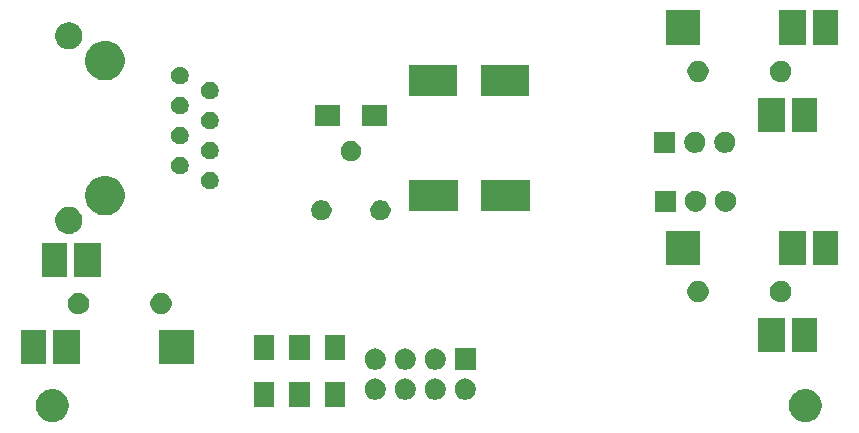
<source format=gbr>
G04 #@! TF.GenerationSoftware,KiCad,Pcbnew,5.1.5-52549c5~86~ubuntu18.04.1*
G04 #@! TF.CreationDate,2020-05-17T18:14:26-04:00*
G04 #@! TF.ProjectId,ft-891-Audio_Interface,66742d38-3931-42d4-9175-64696f5f496e,rev?*
G04 #@! TF.SameCoordinates,Original*
G04 #@! TF.FileFunction,Soldermask,Top*
G04 #@! TF.FilePolarity,Negative*
%FSLAX46Y46*%
G04 Gerber Fmt 4.6, Leading zero omitted, Abs format (unit mm)*
G04 Created by KiCad (PCBNEW 5.1.5-52549c5~86~ubuntu18.04.1) date 2020-05-17 18:14:26*
%MOMM*%
%LPD*%
G04 APERTURE LIST*
%ADD10C,0.100000*%
G04 APERTURE END LIST*
D10*
G36*
X161339193Y-117486573D02*
G01*
X161429417Y-117504519D01*
X161535027Y-117548265D01*
X161684381Y-117610129D01*
X161684382Y-117610130D01*
X161913846Y-117763452D01*
X162108988Y-117958594D01*
X162159608Y-118034353D01*
X162262311Y-118188059D01*
X162367921Y-118443024D01*
X162421760Y-118713692D01*
X162421760Y-118989668D01*
X162367921Y-119260336D01*
X162262311Y-119515301D01*
X162262310Y-119515302D01*
X162108988Y-119744766D01*
X161913846Y-119939908D01*
X161760523Y-120042355D01*
X161684381Y-120093231D01*
X161535027Y-120155095D01*
X161429417Y-120198841D01*
X161339193Y-120216787D01*
X161158748Y-120252680D01*
X160882772Y-120252680D01*
X160702327Y-120216787D01*
X160612103Y-120198841D01*
X160506493Y-120155095D01*
X160357139Y-120093231D01*
X160280997Y-120042355D01*
X160127674Y-119939908D01*
X159932532Y-119744766D01*
X159779210Y-119515302D01*
X159779209Y-119515301D01*
X159673599Y-119260336D01*
X159619760Y-118989668D01*
X159619760Y-118713692D01*
X159673599Y-118443024D01*
X159779209Y-118188059D01*
X159881912Y-118034353D01*
X159932532Y-117958594D01*
X160127674Y-117763452D01*
X160357138Y-117610130D01*
X160357139Y-117610129D01*
X160506493Y-117548265D01*
X160612103Y-117504519D01*
X160702327Y-117486573D01*
X160882772Y-117450680D01*
X161158748Y-117450680D01*
X161339193Y-117486573D01*
G37*
G36*
X97585193Y-117486573D02*
G01*
X97675417Y-117504519D01*
X97781027Y-117548265D01*
X97930381Y-117610129D01*
X97930382Y-117610130D01*
X98159846Y-117763452D01*
X98354988Y-117958594D01*
X98405608Y-118034353D01*
X98508311Y-118188059D01*
X98613921Y-118443024D01*
X98667760Y-118713692D01*
X98667760Y-118989668D01*
X98613921Y-119260336D01*
X98508311Y-119515301D01*
X98508310Y-119515302D01*
X98354988Y-119744766D01*
X98159846Y-119939908D01*
X98006523Y-120042355D01*
X97930381Y-120093231D01*
X97781027Y-120155095D01*
X97675417Y-120198841D01*
X97585193Y-120216787D01*
X97404748Y-120252680D01*
X97128772Y-120252680D01*
X96948327Y-120216787D01*
X96858103Y-120198841D01*
X96752493Y-120155095D01*
X96603139Y-120093231D01*
X96526997Y-120042355D01*
X96373674Y-119939908D01*
X96178532Y-119744766D01*
X96025210Y-119515302D01*
X96025209Y-119515301D01*
X95919599Y-119260336D01*
X95865760Y-118989668D01*
X95865760Y-118713692D01*
X95919599Y-118443024D01*
X96025209Y-118188059D01*
X96127912Y-118034353D01*
X96178532Y-117958594D01*
X96373674Y-117763452D01*
X96603138Y-117610130D01*
X96603139Y-117610129D01*
X96752493Y-117548265D01*
X96858103Y-117504519D01*
X96948327Y-117486573D01*
X97128772Y-117450680D01*
X97404748Y-117450680D01*
X97585193Y-117486573D01*
G37*
G36*
X122070200Y-118971000D02*
G01*
X120368200Y-118971000D01*
X120368200Y-116869000D01*
X122070200Y-116869000D01*
X122070200Y-118971000D01*
G37*
G36*
X119120200Y-118971000D02*
G01*
X117318200Y-118971000D01*
X117318200Y-116869000D01*
X119120200Y-116869000D01*
X119120200Y-118971000D01*
G37*
G36*
X116070200Y-118971000D02*
G01*
X114368200Y-118971000D01*
X114368200Y-116869000D01*
X116070200Y-116869000D01*
X116070200Y-118971000D01*
G37*
G36*
X127252712Y-116563927D02*
G01*
X127402012Y-116593624D01*
X127565984Y-116661544D01*
X127713554Y-116760147D01*
X127839053Y-116885646D01*
X127937656Y-117033216D01*
X128005576Y-117197188D01*
X128040200Y-117371259D01*
X128040200Y-117548741D01*
X128005576Y-117722812D01*
X127937656Y-117886784D01*
X127839053Y-118034354D01*
X127713554Y-118159853D01*
X127565984Y-118258456D01*
X127402012Y-118326376D01*
X127252712Y-118356073D01*
X127227942Y-118361000D01*
X127050458Y-118361000D01*
X127025688Y-118356073D01*
X126876388Y-118326376D01*
X126712416Y-118258456D01*
X126564846Y-118159853D01*
X126439347Y-118034354D01*
X126340744Y-117886784D01*
X126272824Y-117722812D01*
X126238200Y-117548741D01*
X126238200Y-117371259D01*
X126272824Y-117197188D01*
X126340744Y-117033216D01*
X126439347Y-116885646D01*
X126564846Y-116760147D01*
X126712416Y-116661544D01*
X126876388Y-116593624D01*
X127025688Y-116563927D01*
X127050458Y-116559000D01*
X127227942Y-116559000D01*
X127252712Y-116563927D01*
G37*
G36*
X132332712Y-116563927D02*
G01*
X132482012Y-116593624D01*
X132645984Y-116661544D01*
X132793554Y-116760147D01*
X132919053Y-116885646D01*
X133017656Y-117033216D01*
X133085576Y-117197188D01*
X133120200Y-117371259D01*
X133120200Y-117548741D01*
X133085576Y-117722812D01*
X133017656Y-117886784D01*
X132919053Y-118034354D01*
X132793554Y-118159853D01*
X132645984Y-118258456D01*
X132482012Y-118326376D01*
X132332712Y-118356073D01*
X132307942Y-118361000D01*
X132130458Y-118361000D01*
X132105688Y-118356073D01*
X131956388Y-118326376D01*
X131792416Y-118258456D01*
X131644846Y-118159853D01*
X131519347Y-118034354D01*
X131420744Y-117886784D01*
X131352824Y-117722812D01*
X131318200Y-117548741D01*
X131318200Y-117371259D01*
X131352824Y-117197188D01*
X131420744Y-117033216D01*
X131519347Y-116885646D01*
X131644846Y-116760147D01*
X131792416Y-116661544D01*
X131956388Y-116593624D01*
X132105688Y-116563927D01*
X132130458Y-116559000D01*
X132307942Y-116559000D01*
X132332712Y-116563927D01*
G37*
G36*
X129792712Y-116563927D02*
G01*
X129942012Y-116593624D01*
X130105984Y-116661544D01*
X130253554Y-116760147D01*
X130379053Y-116885646D01*
X130477656Y-117033216D01*
X130545576Y-117197188D01*
X130580200Y-117371259D01*
X130580200Y-117548741D01*
X130545576Y-117722812D01*
X130477656Y-117886784D01*
X130379053Y-118034354D01*
X130253554Y-118159853D01*
X130105984Y-118258456D01*
X129942012Y-118326376D01*
X129792712Y-118356073D01*
X129767942Y-118361000D01*
X129590458Y-118361000D01*
X129565688Y-118356073D01*
X129416388Y-118326376D01*
X129252416Y-118258456D01*
X129104846Y-118159853D01*
X128979347Y-118034354D01*
X128880744Y-117886784D01*
X128812824Y-117722812D01*
X128778200Y-117548741D01*
X128778200Y-117371259D01*
X128812824Y-117197188D01*
X128880744Y-117033216D01*
X128979347Y-116885646D01*
X129104846Y-116760147D01*
X129252416Y-116661544D01*
X129416388Y-116593624D01*
X129565688Y-116563927D01*
X129590458Y-116559000D01*
X129767942Y-116559000D01*
X129792712Y-116563927D01*
G37*
G36*
X124712712Y-116563927D02*
G01*
X124862012Y-116593624D01*
X125025984Y-116661544D01*
X125173554Y-116760147D01*
X125299053Y-116885646D01*
X125397656Y-117033216D01*
X125465576Y-117197188D01*
X125500200Y-117371259D01*
X125500200Y-117548741D01*
X125465576Y-117722812D01*
X125397656Y-117886784D01*
X125299053Y-118034354D01*
X125173554Y-118159853D01*
X125025984Y-118258456D01*
X124862012Y-118326376D01*
X124712712Y-118356073D01*
X124687942Y-118361000D01*
X124510458Y-118361000D01*
X124485688Y-118356073D01*
X124336388Y-118326376D01*
X124172416Y-118258456D01*
X124024846Y-118159853D01*
X123899347Y-118034354D01*
X123800744Y-117886784D01*
X123732824Y-117722812D01*
X123698200Y-117548741D01*
X123698200Y-117371259D01*
X123732824Y-117197188D01*
X123800744Y-117033216D01*
X123899347Y-116885646D01*
X124024846Y-116760147D01*
X124172416Y-116661544D01*
X124336388Y-116593624D01*
X124485688Y-116563927D01*
X124510458Y-116559000D01*
X124687942Y-116559000D01*
X124712712Y-116563927D01*
G37*
G36*
X127252712Y-114023927D02*
G01*
X127402012Y-114053624D01*
X127565984Y-114121544D01*
X127713554Y-114220147D01*
X127839053Y-114345646D01*
X127937656Y-114493216D01*
X128005576Y-114657188D01*
X128040200Y-114831259D01*
X128040200Y-115008741D01*
X128005576Y-115182812D01*
X127937656Y-115346784D01*
X127839053Y-115494354D01*
X127713554Y-115619853D01*
X127565984Y-115718456D01*
X127402012Y-115786376D01*
X127252712Y-115816073D01*
X127227942Y-115821000D01*
X127050458Y-115821000D01*
X127025688Y-115816073D01*
X126876388Y-115786376D01*
X126712416Y-115718456D01*
X126564846Y-115619853D01*
X126439347Y-115494354D01*
X126340744Y-115346784D01*
X126272824Y-115182812D01*
X126238200Y-115008741D01*
X126238200Y-114831259D01*
X126272824Y-114657188D01*
X126340744Y-114493216D01*
X126439347Y-114345646D01*
X126564846Y-114220147D01*
X126712416Y-114121544D01*
X126876388Y-114053624D01*
X127025688Y-114023927D01*
X127050458Y-114019000D01*
X127227942Y-114019000D01*
X127252712Y-114023927D01*
G37*
G36*
X129792712Y-114023927D02*
G01*
X129942012Y-114053624D01*
X130105984Y-114121544D01*
X130253554Y-114220147D01*
X130379053Y-114345646D01*
X130477656Y-114493216D01*
X130545576Y-114657188D01*
X130580200Y-114831259D01*
X130580200Y-115008741D01*
X130545576Y-115182812D01*
X130477656Y-115346784D01*
X130379053Y-115494354D01*
X130253554Y-115619853D01*
X130105984Y-115718456D01*
X129942012Y-115786376D01*
X129792712Y-115816073D01*
X129767942Y-115821000D01*
X129590458Y-115821000D01*
X129565688Y-115816073D01*
X129416388Y-115786376D01*
X129252416Y-115718456D01*
X129104846Y-115619853D01*
X128979347Y-115494354D01*
X128880744Y-115346784D01*
X128812824Y-115182812D01*
X128778200Y-115008741D01*
X128778200Y-114831259D01*
X128812824Y-114657188D01*
X128880744Y-114493216D01*
X128979347Y-114345646D01*
X129104846Y-114220147D01*
X129252416Y-114121544D01*
X129416388Y-114053624D01*
X129565688Y-114023927D01*
X129590458Y-114019000D01*
X129767942Y-114019000D01*
X129792712Y-114023927D01*
G37*
G36*
X124712712Y-114023927D02*
G01*
X124862012Y-114053624D01*
X125025984Y-114121544D01*
X125173554Y-114220147D01*
X125299053Y-114345646D01*
X125397656Y-114493216D01*
X125465576Y-114657188D01*
X125500200Y-114831259D01*
X125500200Y-115008741D01*
X125465576Y-115182812D01*
X125397656Y-115346784D01*
X125299053Y-115494354D01*
X125173554Y-115619853D01*
X125025984Y-115718456D01*
X124862012Y-115786376D01*
X124712712Y-115816073D01*
X124687942Y-115821000D01*
X124510458Y-115821000D01*
X124485688Y-115816073D01*
X124336388Y-115786376D01*
X124172416Y-115718456D01*
X124024846Y-115619853D01*
X123899347Y-115494354D01*
X123800744Y-115346784D01*
X123732824Y-115182812D01*
X123698200Y-115008741D01*
X123698200Y-114831259D01*
X123732824Y-114657188D01*
X123800744Y-114493216D01*
X123899347Y-114345646D01*
X124024846Y-114220147D01*
X124172416Y-114121544D01*
X124336388Y-114053624D01*
X124485688Y-114023927D01*
X124510458Y-114019000D01*
X124687942Y-114019000D01*
X124712712Y-114023927D01*
G37*
G36*
X133120200Y-115821000D02*
G01*
X131318200Y-115821000D01*
X131318200Y-114019000D01*
X133120200Y-114019000D01*
X133120200Y-115821000D01*
G37*
G36*
X99620200Y-115366680D02*
G01*
X97318200Y-115366680D01*
X97318200Y-112464680D01*
X99620200Y-112464680D01*
X99620200Y-115366680D01*
G37*
G36*
X109220200Y-115366680D02*
G01*
X106318200Y-115366680D01*
X106318200Y-112464680D01*
X109220200Y-112464680D01*
X109220200Y-115366680D01*
G37*
G36*
X96720200Y-115366680D02*
G01*
X94618200Y-115366680D01*
X94618200Y-112464680D01*
X96720200Y-112464680D01*
X96720200Y-115366680D01*
G37*
G36*
X116070200Y-114971000D02*
G01*
X114368200Y-114971000D01*
X114368200Y-112869000D01*
X116070200Y-112869000D01*
X116070200Y-114971000D01*
G37*
G36*
X122070200Y-114971000D02*
G01*
X120368200Y-114971000D01*
X120368200Y-112869000D01*
X122070200Y-112869000D01*
X122070200Y-114971000D01*
G37*
G36*
X119120200Y-114971000D02*
G01*
X117318200Y-114971000D01*
X117318200Y-112869000D01*
X119120200Y-112869000D01*
X119120200Y-114971000D01*
G37*
G36*
X159287760Y-114350680D02*
G01*
X156985760Y-114350680D01*
X156985760Y-111448680D01*
X159287760Y-111448680D01*
X159287760Y-114350680D01*
G37*
G36*
X161987760Y-114350680D02*
G01*
X159885760Y-114350680D01*
X159885760Y-111448680D01*
X161987760Y-111448680D01*
X161987760Y-114350680D01*
G37*
G36*
X106582712Y-109319607D02*
G01*
X106732012Y-109349304D01*
X106895984Y-109417224D01*
X107043554Y-109515827D01*
X107169053Y-109641326D01*
X107267656Y-109788896D01*
X107335576Y-109952868D01*
X107370200Y-110126939D01*
X107370200Y-110304421D01*
X107335576Y-110478492D01*
X107267656Y-110642464D01*
X107169053Y-110790034D01*
X107043554Y-110915533D01*
X106895984Y-111014136D01*
X106732012Y-111082056D01*
X106582712Y-111111753D01*
X106557942Y-111116680D01*
X106380458Y-111116680D01*
X106355688Y-111111753D01*
X106206388Y-111082056D01*
X106042416Y-111014136D01*
X105894846Y-110915533D01*
X105769347Y-110790034D01*
X105670744Y-110642464D01*
X105602824Y-110478492D01*
X105568200Y-110304421D01*
X105568200Y-110126939D01*
X105602824Y-109952868D01*
X105670744Y-109788896D01*
X105769347Y-109641326D01*
X105894846Y-109515827D01*
X106042416Y-109417224D01*
X106206388Y-109349304D01*
X106355688Y-109319607D01*
X106380458Y-109314680D01*
X106557942Y-109314680D01*
X106582712Y-109319607D01*
G37*
G36*
X99582712Y-109319607D02*
G01*
X99732012Y-109349304D01*
X99895984Y-109417224D01*
X100043554Y-109515827D01*
X100169053Y-109641326D01*
X100267656Y-109788896D01*
X100335576Y-109952868D01*
X100370200Y-110126939D01*
X100370200Y-110304421D01*
X100335576Y-110478492D01*
X100267656Y-110642464D01*
X100169053Y-110790034D01*
X100043554Y-110915533D01*
X99895984Y-111014136D01*
X99732012Y-111082056D01*
X99582712Y-111111753D01*
X99557942Y-111116680D01*
X99380458Y-111116680D01*
X99355688Y-111111753D01*
X99206388Y-111082056D01*
X99042416Y-111014136D01*
X98894846Y-110915533D01*
X98769347Y-110790034D01*
X98670744Y-110642464D01*
X98602824Y-110478492D01*
X98568200Y-110304421D01*
X98568200Y-110126939D01*
X98602824Y-109952868D01*
X98670744Y-109788896D01*
X98769347Y-109641326D01*
X98894846Y-109515827D01*
X99042416Y-109417224D01*
X99206388Y-109349304D01*
X99355688Y-109319607D01*
X99380458Y-109314680D01*
X99557942Y-109314680D01*
X99582712Y-109319607D01*
G37*
G36*
X152050272Y-108303607D02*
G01*
X152199572Y-108333304D01*
X152363544Y-108401224D01*
X152511114Y-108499827D01*
X152636613Y-108625326D01*
X152735216Y-108772896D01*
X152803136Y-108936868D01*
X152837760Y-109110939D01*
X152837760Y-109288421D01*
X152803136Y-109462492D01*
X152735216Y-109626464D01*
X152636613Y-109774034D01*
X152511114Y-109899533D01*
X152363544Y-109998136D01*
X152199572Y-110066056D01*
X152050272Y-110095753D01*
X152025502Y-110100680D01*
X151848018Y-110100680D01*
X151823248Y-110095753D01*
X151673948Y-110066056D01*
X151509976Y-109998136D01*
X151362406Y-109899533D01*
X151236907Y-109774034D01*
X151138304Y-109626464D01*
X151070384Y-109462492D01*
X151035760Y-109288421D01*
X151035760Y-109110939D01*
X151070384Y-108936868D01*
X151138304Y-108772896D01*
X151236907Y-108625326D01*
X151362406Y-108499827D01*
X151509976Y-108401224D01*
X151673948Y-108333304D01*
X151823248Y-108303607D01*
X151848018Y-108298680D01*
X152025502Y-108298680D01*
X152050272Y-108303607D01*
G37*
G36*
X159050272Y-108303607D02*
G01*
X159199572Y-108333304D01*
X159363544Y-108401224D01*
X159511114Y-108499827D01*
X159636613Y-108625326D01*
X159735216Y-108772896D01*
X159803136Y-108936868D01*
X159837760Y-109110939D01*
X159837760Y-109288421D01*
X159803136Y-109462492D01*
X159735216Y-109626464D01*
X159636613Y-109774034D01*
X159511114Y-109899533D01*
X159363544Y-109998136D01*
X159199572Y-110066056D01*
X159050272Y-110095753D01*
X159025502Y-110100680D01*
X158848018Y-110100680D01*
X158823248Y-110095753D01*
X158673948Y-110066056D01*
X158509976Y-109998136D01*
X158362406Y-109899533D01*
X158236907Y-109774034D01*
X158138304Y-109626464D01*
X158070384Y-109462492D01*
X158035760Y-109288421D01*
X158035760Y-109110939D01*
X158070384Y-108936868D01*
X158138304Y-108772896D01*
X158236907Y-108625326D01*
X158362406Y-108499827D01*
X158509976Y-108401224D01*
X158673948Y-108333304D01*
X158823248Y-108303607D01*
X158848018Y-108298680D01*
X159025502Y-108298680D01*
X159050272Y-108303607D01*
G37*
G36*
X98520200Y-107966680D02*
G01*
X96418200Y-107966680D01*
X96418200Y-105064680D01*
X98520200Y-105064680D01*
X98520200Y-107966680D01*
G37*
G36*
X101420200Y-107966680D02*
G01*
X99118200Y-107966680D01*
X99118200Y-105064680D01*
X101420200Y-105064680D01*
X101420200Y-107966680D01*
G37*
G36*
X152087760Y-106950680D02*
G01*
X149185760Y-106950680D01*
X149185760Y-104048680D01*
X152087760Y-104048680D01*
X152087760Y-106950680D01*
G37*
G36*
X161087760Y-106950680D02*
G01*
X158785760Y-106950680D01*
X158785760Y-104048680D01*
X161087760Y-104048680D01*
X161087760Y-106950680D01*
G37*
G36*
X163787760Y-106950680D02*
G01*
X161685760Y-106950680D01*
X161685760Y-104048680D01*
X163787760Y-104048680D01*
X163787760Y-106950680D01*
G37*
G36*
X98893749Y-102032796D02*
G01*
X99004934Y-102054912D01*
X99153050Y-102116264D01*
X99210517Y-102140067D01*
X99214403Y-102141677D01*
X99402920Y-102267640D01*
X99563240Y-102427960D01*
X99689203Y-102616477D01*
X99775968Y-102825946D01*
X99820200Y-103048316D01*
X99820200Y-103275044D01*
X99775968Y-103497414D01*
X99689203Y-103706883D01*
X99563240Y-103895400D01*
X99402920Y-104055720D01*
X99214403Y-104181683D01*
X99004934Y-104268448D01*
X98893749Y-104290564D01*
X98782565Y-104312680D01*
X98555835Y-104312680D01*
X98444651Y-104290564D01*
X98333466Y-104268448D01*
X98123997Y-104181683D01*
X97935480Y-104055720D01*
X97775160Y-103895400D01*
X97649197Y-103706883D01*
X97562432Y-103497414D01*
X97518200Y-103275044D01*
X97518200Y-103048316D01*
X97562432Y-102825946D01*
X97649197Y-102616477D01*
X97775160Y-102427960D01*
X97935480Y-102267640D01*
X98123997Y-102141677D01*
X98127884Y-102140067D01*
X98185350Y-102116264D01*
X98333466Y-102054912D01*
X98444651Y-102032796D01*
X98555835Y-102010680D01*
X98782565Y-102010680D01*
X98893749Y-102032796D01*
G37*
G36*
X120296343Y-101496087D02*
G01*
X120453038Y-101560992D01*
X120594053Y-101655215D01*
X120713985Y-101775147D01*
X120808208Y-101916162D01*
X120873113Y-102072857D01*
X120906200Y-102239198D01*
X120906200Y-102408802D01*
X120873113Y-102575143D01*
X120808208Y-102731838D01*
X120713985Y-102872853D01*
X120594053Y-102992785D01*
X120453038Y-103087008D01*
X120296343Y-103151913D01*
X120130002Y-103185000D01*
X119960398Y-103185000D01*
X119794057Y-103151913D01*
X119637362Y-103087008D01*
X119496347Y-102992785D01*
X119376415Y-102872853D01*
X119282192Y-102731838D01*
X119217287Y-102575143D01*
X119184200Y-102408802D01*
X119184200Y-102239198D01*
X119217287Y-102072857D01*
X119282192Y-101916162D01*
X119376415Y-101775147D01*
X119496347Y-101655215D01*
X119637362Y-101560992D01*
X119794057Y-101496087D01*
X119960398Y-101463000D01*
X120130002Y-101463000D01*
X120296343Y-101496087D01*
G37*
G36*
X125296343Y-101496087D02*
G01*
X125453038Y-101560992D01*
X125594053Y-101655215D01*
X125713985Y-101775147D01*
X125808208Y-101916162D01*
X125873113Y-102072857D01*
X125906200Y-102239198D01*
X125906200Y-102408802D01*
X125873113Y-102575143D01*
X125808208Y-102731838D01*
X125713985Y-102872853D01*
X125594053Y-102992785D01*
X125453038Y-103087008D01*
X125296343Y-103151913D01*
X125130002Y-103185000D01*
X124960398Y-103185000D01*
X124794057Y-103151913D01*
X124637362Y-103087008D01*
X124496347Y-102992785D01*
X124376415Y-102872853D01*
X124282192Y-102731838D01*
X124217287Y-102575143D01*
X124184200Y-102408802D01*
X124184200Y-102239198D01*
X124217287Y-102072857D01*
X124282192Y-101916162D01*
X124376415Y-101775147D01*
X124496347Y-101655215D01*
X124637362Y-101560992D01*
X124794057Y-101496087D01*
X124960398Y-101463000D01*
X125130002Y-101463000D01*
X125296343Y-101496087D01*
G37*
G36*
X102208071Y-99460088D02*
G01*
X102513083Y-99586428D01*
X102787587Y-99769846D01*
X103021034Y-100003293D01*
X103204452Y-100277797D01*
X103330792Y-100582809D01*
X103395200Y-100906608D01*
X103395200Y-101236752D01*
X103330792Y-101560551D01*
X103204452Y-101865563D01*
X103021034Y-102140067D01*
X102787587Y-102373514D01*
X102513083Y-102556932D01*
X102208071Y-102683272D01*
X102046171Y-102715476D01*
X101884273Y-102747680D01*
X101554127Y-102747680D01*
X101230329Y-102683272D01*
X100925317Y-102556932D01*
X100650813Y-102373514D01*
X100417366Y-102140067D01*
X100233948Y-101865563D01*
X100107608Y-101560551D01*
X100043200Y-101236752D01*
X100043200Y-100906608D01*
X100107608Y-100582809D01*
X100233948Y-100277797D01*
X100417366Y-100003293D01*
X100650813Y-99769846D01*
X100925317Y-99586428D01*
X101230329Y-99460088D01*
X101554127Y-99395680D01*
X101884273Y-99395680D01*
X102208071Y-99460088D01*
G37*
G36*
X151818712Y-100657927D02*
G01*
X151968012Y-100687624D01*
X152131984Y-100755544D01*
X152279554Y-100854147D01*
X152405053Y-100979646D01*
X152503656Y-101127216D01*
X152571576Y-101291188D01*
X152606200Y-101465259D01*
X152606200Y-101642741D01*
X152571576Y-101816812D01*
X152503656Y-101980784D01*
X152405053Y-102128354D01*
X152279554Y-102253853D01*
X152131984Y-102352456D01*
X151968012Y-102420376D01*
X151818712Y-102450073D01*
X151793942Y-102455000D01*
X151616458Y-102455000D01*
X151591688Y-102450073D01*
X151442388Y-102420376D01*
X151278416Y-102352456D01*
X151130846Y-102253853D01*
X151005347Y-102128354D01*
X150906744Y-101980784D01*
X150838824Y-101816812D01*
X150804200Y-101642741D01*
X150804200Y-101465259D01*
X150838824Y-101291188D01*
X150906744Y-101127216D01*
X151005347Y-100979646D01*
X151130846Y-100854147D01*
X151278416Y-100755544D01*
X151442388Y-100687624D01*
X151591688Y-100657927D01*
X151616458Y-100653000D01*
X151793942Y-100653000D01*
X151818712Y-100657927D01*
G37*
G36*
X150066200Y-102455000D02*
G01*
X148264200Y-102455000D01*
X148264200Y-100653000D01*
X150066200Y-100653000D01*
X150066200Y-102455000D01*
G37*
G36*
X154358712Y-100657927D02*
G01*
X154508012Y-100687624D01*
X154671984Y-100755544D01*
X154819554Y-100854147D01*
X154945053Y-100979646D01*
X155043656Y-101127216D01*
X155111576Y-101291188D01*
X155146200Y-101465259D01*
X155146200Y-101642741D01*
X155111576Y-101816812D01*
X155043656Y-101980784D01*
X154945053Y-102128354D01*
X154819554Y-102253853D01*
X154671984Y-102352456D01*
X154508012Y-102420376D01*
X154358712Y-102450073D01*
X154333942Y-102455000D01*
X154156458Y-102455000D01*
X154131688Y-102450073D01*
X153982388Y-102420376D01*
X153818416Y-102352456D01*
X153670846Y-102253853D01*
X153545347Y-102128354D01*
X153446744Y-101980784D01*
X153378824Y-101816812D01*
X153344200Y-101642741D01*
X153344200Y-101465259D01*
X153378824Y-101291188D01*
X153446744Y-101127216D01*
X153545347Y-100979646D01*
X153670846Y-100854147D01*
X153818416Y-100755544D01*
X153982388Y-100687624D01*
X154131688Y-100657927D01*
X154156458Y-100653000D01*
X154333942Y-100653000D01*
X154358712Y-100657927D01*
G37*
G36*
X131573760Y-102372680D02*
G01*
X127471760Y-102372680D01*
X127471760Y-99770680D01*
X131573760Y-99770680D01*
X131573760Y-102372680D01*
G37*
G36*
X137673760Y-102372680D02*
G01*
X133571760Y-102372680D01*
X133571760Y-99770680D01*
X137673760Y-99770680D01*
X137673760Y-102372680D01*
G37*
G36*
X110828259Y-99079540D02*
G01*
X110913918Y-99115021D01*
X110964932Y-99136152D01*
X111087935Y-99218340D01*
X111192540Y-99322945D01*
X111274728Y-99445948D01*
X111331340Y-99582621D01*
X111360200Y-99727713D01*
X111360200Y-99875647D01*
X111331340Y-100020739D01*
X111274728Y-100157412D01*
X111192540Y-100280415D01*
X111087935Y-100385020D01*
X110964932Y-100467208D01*
X110964931Y-100467209D01*
X110964930Y-100467209D01*
X110828259Y-100523820D01*
X110683168Y-100552680D01*
X110535232Y-100552680D01*
X110390141Y-100523820D01*
X110253470Y-100467209D01*
X110253469Y-100467209D01*
X110253468Y-100467208D01*
X110130465Y-100385020D01*
X110025860Y-100280415D01*
X109943672Y-100157412D01*
X109887060Y-100020739D01*
X109858200Y-99875647D01*
X109858200Y-99727713D01*
X109887060Y-99582621D01*
X109943672Y-99445948D01*
X110025860Y-99322945D01*
X110130465Y-99218340D01*
X110253468Y-99136152D01*
X110304483Y-99115021D01*
X110390141Y-99079540D01*
X110535232Y-99050680D01*
X110683168Y-99050680D01*
X110828259Y-99079540D01*
G37*
G36*
X108288259Y-97809540D02*
G01*
X108373918Y-97845021D01*
X108424932Y-97866152D01*
X108547935Y-97948340D01*
X108652540Y-98052945D01*
X108718668Y-98151913D01*
X108734729Y-98175950D01*
X108791340Y-98312621D01*
X108820200Y-98457713D01*
X108820200Y-98605647D01*
X108791340Y-98750739D01*
X108734728Y-98887412D01*
X108652540Y-99010415D01*
X108547935Y-99115020D01*
X108424932Y-99197208D01*
X108424931Y-99197209D01*
X108424930Y-99197209D01*
X108288259Y-99253820D01*
X108143168Y-99282680D01*
X107995232Y-99282680D01*
X107850141Y-99253820D01*
X107713470Y-99197209D01*
X107713469Y-99197209D01*
X107713468Y-99197208D01*
X107590465Y-99115020D01*
X107485860Y-99010415D01*
X107403672Y-98887412D01*
X107347060Y-98750739D01*
X107318200Y-98605647D01*
X107318200Y-98457713D01*
X107347060Y-98312621D01*
X107403671Y-98175950D01*
X107419732Y-98151913D01*
X107485860Y-98052945D01*
X107590465Y-97948340D01*
X107713468Y-97866152D01*
X107764483Y-97845021D01*
X107850141Y-97809540D01*
X107995232Y-97780680D01*
X108143168Y-97780680D01*
X108288259Y-97809540D01*
G37*
G36*
X122796343Y-96496087D02*
G01*
X122953038Y-96560992D01*
X123094053Y-96655215D01*
X123213985Y-96775147D01*
X123308208Y-96916162D01*
X123373113Y-97072857D01*
X123406200Y-97239198D01*
X123406200Y-97408802D01*
X123373113Y-97575143D01*
X123308208Y-97731838D01*
X123213985Y-97872853D01*
X123094053Y-97992785D01*
X122953038Y-98087008D01*
X122796343Y-98151913D01*
X122630002Y-98185000D01*
X122460398Y-98185000D01*
X122294057Y-98151913D01*
X122137362Y-98087008D01*
X121996347Y-97992785D01*
X121876415Y-97872853D01*
X121782192Y-97731838D01*
X121717287Y-97575143D01*
X121684200Y-97408802D01*
X121684200Y-97239198D01*
X121717287Y-97072857D01*
X121782192Y-96916162D01*
X121876415Y-96775147D01*
X121996347Y-96655215D01*
X122137362Y-96560992D01*
X122294057Y-96496087D01*
X122460398Y-96463000D01*
X122630002Y-96463000D01*
X122796343Y-96496087D01*
G37*
G36*
X110828259Y-96539540D02*
G01*
X110913918Y-96575021D01*
X110964932Y-96596152D01*
X111087935Y-96678340D01*
X111192540Y-96782945D01*
X111215169Y-96816812D01*
X111274729Y-96905950D01*
X111331340Y-97042621D01*
X111360200Y-97187712D01*
X111360200Y-97335648D01*
X111331340Y-97480739D01*
X111292237Y-97575143D01*
X111274728Y-97617412D01*
X111192540Y-97740415D01*
X111087935Y-97845020D01*
X110964932Y-97927208D01*
X110964931Y-97927209D01*
X110964930Y-97927209D01*
X110828259Y-97983820D01*
X110683168Y-98012680D01*
X110535232Y-98012680D01*
X110390141Y-97983820D01*
X110253470Y-97927209D01*
X110253469Y-97927209D01*
X110253468Y-97927208D01*
X110130465Y-97845020D01*
X110025860Y-97740415D01*
X109943672Y-97617412D01*
X109926164Y-97575143D01*
X109887060Y-97480739D01*
X109858200Y-97335648D01*
X109858200Y-97187712D01*
X109887060Y-97042621D01*
X109943671Y-96905950D01*
X110003231Y-96816812D01*
X110025860Y-96782945D01*
X110130465Y-96678340D01*
X110253468Y-96596152D01*
X110304483Y-96575021D01*
X110390141Y-96539540D01*
X110535232Y-96510680D01*
X110683168Y-96510680D01*
X110828259Y-96539540D01*
G37*
G36*
X154318712Y-95657927D02*
G01*
X154468012Y-95687624D01*
X154631984Y-95755544D01*
X154779554Y-95854147D01*
X154905053Y-95979646D01*
X155003656Y-96127216D01*
X155071576Y-96291188D01*
X155106200Y-96465259D01*
X155106200Y-96642741D01*
X155071576Y-96816812D01*
X155003656Y-96980784D01*
X154905053Y-97128354D01*
X154779554Y-97253853D01*
X154631984Y-97352456D01*
X154468012Y-97420376D01*
X154318712Y-97450073D01*
X154293942Y-97455000D01*
X154116458Y-97455000D01*
X154091688Y-97450073D01*
X153942388Y-97420376D01*
X153778416Y-97352456D01*
X153630846Y-97253853D01*
X153505347Y-97128354D01*
X153406744Y-96980784D01*
X153338824Y-96816812D01*
X153304200Y-96642741D01*
X153304200Y-96465259D01*
X153338824Y-96291188D01*
X153406744Y-96127216D01*
X153505347Y-95979646D01*
X153630846Y-95854147D01*
X153778416Y-95755544D01*
X153942388Y-95687624D01*
X154091688Y-95657927D01*
X154116458Y-95653000D01*
X154293942Y-95653000D01*
X154318712Y-95657927D01*
G37*
G36*
X151778712Y-95657927D02*
G01*
X151928012Y-95687624D01*
X152091984Y-95755544D01*
X152239554Y-95854147D01*
X152365053Y-95979646D01*
X152463656Y-96127216D01*
X152531576Y-96291188D01*
X152566200Y-96465259D01*
X152566200Y-96642741D01*
X152531576Y-96816812D01*
X152463656Y-96980784D01*
X152365053Y-97128354D01*
X152239554Y-97253853D01*
X152091984Y-97352456D01*
X151928012Y-97420376D01*
X151778712Y-97450073D01*
X151753942Y-97455000D01*
X151576458Y-97455000D01*
X151551688Y-97450073D01*
X151402388Y-97420376D01*
X151238416Y-97352456D01*
X151090846Y-97253853D01*
X150965347Y-97128354D01*
X150866744Y-96980784D01*
X150798824Y-96816812D01*
X150764200Y-96642741D01*
X150764200Y-96465259D01*
X150798824Y-96291188D01*
X150866744Y-96127216D01*
X150965347Y-95979646D01*
X151090846Y-95854147D01*
X151238416Y-95755544D01*
X151402388Y-95687624D01*
X151551688Y-95657927D01*
X151576458Y-95653000D01*
X151753942Y-95653000D01*
X151778712Y-95657927D01*
G37*
G36*
X150026200Y-97455000D02*
G01*
X148224200Y-97455000D01*
X148224200Y-95653000D01*
X150026200Y-95653000D01*
X150026200Y-97455000D01*
G37*
G36*
X108288259Y-95269540D02*
G01*
X108373918Y-95305021D01*
X108424932Y-95326152D01*
X108547935Y-95408340D01*
X108652540Y-95512945D01*
X108652541Y-95512947D01*
X108734729Y-95635950D01*
X108791340Y-95772621D01*
X108820200Y-95917712D01*
X108820200Y-96065648D01*
X108791340Y-96210739D01*
X108758017Y-96291189D01*
X108734728Y-96347412D01*
X108652540Y-96470415D01*
X108547935Y-96575020D01*
X108424932Y-96657208D01*
X108424931Y-96657209D01*
X108424930Y-96657209D01*
X108288259Y-96713820D01*
X108143168Y-96742680D01*
X107995232Y-96742680D01*
X107850141Y-96713820D01*
X107713470Y-96657209D01*
X107713469Y-96657209D01*
X107713468Y-96657208D01*
X107590465Y-96575020D01*
X107485860Y-96470415D01*
X107403672Y-96347412D01*
X107380384Y-96291189D01*
X107347060Y-96210739D01*
X107318200Y-96065648D01*
X107318200Y-95917712D01*
X107347060Y-95772621D01*
X107403671Y-95635950D01*
X107485859Y-95512947D01*
X107485860Y-95512945D01*
X107590465Y-95408340D01*
X107713468Y-95326152D01*
X107764483Y-95305021D01*
X107850141Y-95269540D01*
X107995232Y-95240680D01*
X108143168Y-95240680D01*
X108288259Y-95269540D01*
G37*
G36*
X159287760Y-95705000D02*
G01*
X156985760Y-95705000D01*
X156985760Y-92803000D01*
X159287760Y-92803000D01*
X159287760Y-95705000D01*
G37*
G36*
X161987760Y-95705000D02*
G01*
X159885760Y-95705000D01*
X159885760Y-92803000D01*
X161987760Y-92803000D01*
X161987760Y-95705000D01*
G37*
G36*
X110828259Y-93999540D02*
G01*
X110913918Y-94035021D01*
X110964932Y-94056152D01*
X111087935Y-94138340D01*
X111192540Y-94242945D01*
X111274728Y-94365948D01*
X111331340Y-94502621D01*
X111360200Y-94647713D01*
X111360200Y-94795647D01*
X111331340Y-94940739D01*
X111274728Y-95077412D01*
X111192540Y-95200415D01*
X111087935Y-95305020D01*
X110964932Y-95387208D01*
X110964931Y-95387209D01*
X110964930Y-95387209D01*
X110828259Y-95443820D01*
X110683168Y-95472680D01*
X110535232Y-95472680D01*
X110390141Y-95443820D01*
X110253470Y-95387209D01*
X110253469Y-95387209D01*
X110253468Y-95387208D01*
X110130465Y-95305020D01*
X110025860Y-95200415D01*
X109943672Y-95077412D01*
X109887060Y-94940739D01*
X109858200Y-94795647D01*
X109858200Y-94647713D01*
X109887060Y-94502621D01*
X109943672Y-94365948D01*
X110025860Y-94242945D01*
X110130465Y-94138340D01*
X110253468Y-94056152D01*
X110304483Y-94035021D01*
X110390141Y-93999540D01*
X110535232Y-93970680D01*
X110683168Y-93970680D01*
X110828259Y-93999540D01*
G37*
G36*
X121596200Y-95225000D02*
G01*
X119494200Y-95225000D01*
X119494200Y-93423000D01*
X121596200Y-93423000D01*
X121596200Y-95225000D01*
G37*
G36*
X125596200Y-95225000D02*
G01*
X123494200Y-95225000D01*
X123494200Y-93423000D01*
X125596200Y-93423000D01*
X125596200Y-95225000D01*
G37*
G36*
X108288259Y-92729540D02*
G01*
X108373918Y-92765021D01*
X108424932Y-92786152D01*
X108547935Y-92868340D01*
X108652540Y-92972945D01*
X108734728Y-93095948D01*
X108791340Y-93232621D01*
X108820200Y-93377713D01*
X108820200Y-93525647D01*
X108791340Y-93670739D01*
X108734728Y-93807412D01*
X108652540Y-93930415D01*
X108547935Y-94035020D01*
X108424932Y-94117208D01*
X108424931Y-94117209D01*
X108424930Y-94117209D01*
X108288259Y-94173820D01*
X108143168Y-94202680D01*
X107995232Y-94202680D01*
X107850141Y-94173820D01*
X107713470Y-94117209D01*
X107713469Y-94117209D01*
X107713468Y-94117208D01*
X107590465Y-94035020D01*
X107485860Y-93930415D01*
X107403672Y-93807412D01*
X107347060Y-93670739D01*
X107318200Y-93525647D01*
X107318200Y-93377713D01*
X107347060Y-93232621D01*
X107403672Y-93095948D01*
X107485860Y-92972945D01*
X107590465Y-92868340D01*
X107713468Y-92786152D01*
X107764483Y-92765021D01*
X107850141Y-92729540D01*
X107995232Y-92700680D01*
X108143168Y-92700680D01*
X108288259Y-92729540D01*
G37*
G36*
X110828259Y-91459540D02*
G01*
X110913918Y-91495021D01*
X110964932Y-91516152D01*
X111087935Y-91598340D01*
X111192540Y-91702945D01*
X111274728Y-91825948D01*
X111331340Y-91962621D01*
X111360200Y-92107713D01*
X111360200Y-92255647D01*
X111331340Y-92400739D01*
X111274728Y-92537412D01*
X111192540Y-92660415D01*
X111087935Y-92765020D01*
X110964932Y-92847208D01*
X110964931Y-92847209D01*
X110964930Y-92847209D01*
X110828259Y-92903820D01*
X110683168Y-92932680D01*
X110535232Y-92932680D01*
X110390141Y-92903820D01*
X110253470Y-92847209D01*
X110253469Y-92847209D01*
X110253468Y-92847208D01*
X110130465Y-92765020D01*
X110025860Y-92660415D01*
X109943672Y-92537412D01*
X109887060Y-92400739D01*
X109858200Y-92255647D01*
X109858200Y-92107713D01*
X109887060Y-91962621D01*
X109943672Y-91825948D01*
X110025860Y-91702945D01*
X110130465Y-91598340D01*
X110253468Y-91516152D01*
X110304483Y-91495021D01*
X110390141Y-91459540D01*
X110535232Y-91430680D01*
X110683168Y-91430680D01*
X110828259Y-91459540D01*
G37*
G36*
X131546200Y-92625000D02*
G01*
X127444200Y-92625000D01*
X127444200Y-90023000D01*
X131546200Y-90023000D01*
X131546200Y-92625000D01*
G37*
G36*
X137646200Y-92625000D02*
G01*
X133544200Y-92625000D01*
X133544200Y-90023000D01*
X137646200Y-90023000D01*
X137646200Y-92625000D01*
G37*
G36*
X108288259Y-90189540D02*
G01*
X108424932Y-90246152D01*
X108547935Y-90328340D01*
X108652540Y-90432945D01*
X108734728Y-90555948D01*
X108734729Y-90555950D01*
X108791340Y-90692621D01*
X108816043Y-90816811D01*
X108820200Y-90837713D01*
X108820200Y-90985647D01*
X108791340Y-91130739D01*
X108734728Y-91267412D01*
X108652540Y-91390415D01*
X108547935Y-91495020D01*
X108424932Y-91577208D01*
X108424931Y-91577209D01*
X108424930Y-91577209D01*
X108288259Y-91633820D01*
X108143168Y-91662680D01*
X107995232Y-91662680D01*
X107850141Y-91633820D01*
X107713470Y-91577209D01*
X107713469Y-91577209D01*
X107713468Y-91577208D01*
X107590465Y-91495020D01*
X107485860Y-91390415D01*
X107403672Y-91267412D01*
X107347060Y-91130739D01*
X107318200Y-90985647D01*
X107318200Y-90837713D01*
X107322358Y-90816811D01*
X107347060Y-90692621D01*
X107403671Y-90555950D01*
X107403672Y-90555948D01*
X107485860Y-90432945D01*
X107590465Y-90328340D01*
X107713468Y-90246152D01*
X107850141Y-90189540D01*
X107995232Y-90160680D01*
X108143168Y-90160680D01*
X108288259Y-90189540D01*
G37*
G36*
X159050272Y-89657927D02*
G01*
X159199572Y-89687624D01*
X159363544Y-89755544D01*
X159511114Y-89854147D01*
X159636613Y-89979646D01*
X159735216Y-90127216D01*
X159803136Y-90291188D01*
X159837760Y-90465259D01*
X159837760Y-90642741D01*
X159803136Y-90816812D01*
X159735216Y-90980784D01*
X159636613Y-91128354D01*
X159511114Y-91253853D01*
X159363544Y-91352456D01*
X159199572Y-91420376D01*
X159050272Y-91450073D01*
X159025502Y-91455000D01*
X158848018Y-91455000D01*
X158823248Y-91450073D01*
X158673948Y-91420376D01*
X158509976Y-91352456D01*
X158362406Y-91253853D01*
X158236907Y-91128354D01*
X158138304Y-90980784D01*
X158070384Y-90816812D01*
X158035760Y-90642741D01*
X158035760Y-90465259D01*
X158070384Y-90291188D01*
X158138304Y-90127216D01*
X158236907Y-89979646D01*
X158362406Y-89854147D01*
X158509976Y-89755544D01*
X158673948Y-89687624D01*
X158823248Y-89657927D01*
X158848018Y-89653000D01*
X159025502Y-89653000D01*
X159050272Y-89657927D01*
G37*
G36*
X152050272Y-89657927D02*
G01*
X152199572Y-89687624D01*
X152363544Y-89755544D01*
X152511114Y-89854147D01*
X152636613Y-89979646D01*
X152735216Y-90127216D01*
X152803136Y-90291188D01*
X152837760Y-90465259D01*
X152837760Y-90642741D01*
X152803136Y-90816812D01*
X152735216Y-90980784D01*
X152636613Y-91128354D01*
X152511114Y-91253853D01*
X152363544Y-91352456D01*
X152199572Y-91420376D01*
X152050272Y-91450073D01*
X152025502Y-91455000D01*
X151848018Y-91455000D01*
X151823248Y-91450073D01*
X151673948Y-91420376D01*
X151509976Y-91352456D01*
X151362406Y-91253853D01*
X151236907Y-91128354D01*
X151138304Y-90980784D01*
X151070384Y-90816812D01*
X151035760Y-90642741D01*
X151035760Y-90465259D01*
X151070384Y-90291188D01*
X151138304Y-90127216D01*
X151236907Y-89979646D01*
X151362406Y-89854147D01*
X151509976Y-89755544D01*
X151673948Y-89687624D01*
X151823248Y-89657927D01*
X151848018Y-89653000D01*
X152025502Y-89653000D01*
X152050272Y-89657927D01*
G37*
G36*
X102046171Y-87997884D02*
G01*
X102208071Y-88030088D01*
X102513083Y-88156428D01*
X102787587Y-88339846D01*
X103021034Y-88573293D01*
X103204452Y-88847797D01*
X103204452Y-88847798D01*
X103330792Y-89152810D01*
X103395200Y-89476607D01*
X103395200Y-89806753D01*
X103385772Y-89854148D01*
X103330792Y-90130551D01*
X103204452Y-90435563D01*
X103021034Y-90710067D01*
X102787587Y-90943514D01*
X102513083Y-91126932D01*
X102208071Y-91253272D01*
X101884273Y-91317680D01*
X101554127Y-91317680D01*
X101230329Y-91253272D01*
X100925317Y-91126932D01*
X100650813Y-90943514D01*
X100417366Y-90710067D01*
X100233948Y-90435563D01*
X100107608Y-90130551D01*
X100052628Y-89854148D01*
X100043200Y-89806753D01*
X100043200Y-89476607D01*
X100107608Y-89152810D01*
X100233948Y-88847798D01*
X100233948Y-88847797D01*
X100417366Y-88573293D01*
X100650813Y-88339846D01*
X100925317Y-88156428D01*
X101230329Y-88030088D01*
X101554127Y-87965680D01*
X101884273Y-87965680D01*
X102046171Y-87997884D01*
G37*
G36*
X98893749Y-86422796D02*
G01*
X99004934Y-86444912D01*
X99214403Y-86531677D01*
X99402920Y-86657640D01*
X99563240Y-86817960D01*
X99689203Y-87006477D01*
X99775968Y-87215946D01*
X99820200Y-87438316D01*
X99820200Y-87665044D01*
X99775968Y-87887414D01*
X99689203Y-88096883D01*
X99563240Y-88285400D01*
X99402920Y-88445720D01*
X99214403Y-88571683D01*
X99214402Y-88571684D01*
X99214401Y-88571684D01*
X99153050Y-88597096D01*
X99004934Y-88658448D01*
X98893749Y-88680564D01*
X98782565Y-88702680D01*
X98555835Y-88702680D01*
X98444651Y-88680564D01*
X98333466Y-88658448D01*
X98185350Y-88597096D01*
X98123999Y-88571684D01*
X98123998Y-88571684D01*
X98123997Y-88571683D01*
X97935480Y-88445720D01*
X97775160Y-88285400D01*
X97649197Y-88096883D01*
X97562432Y-87887414D01*
X97518200Y-87665044D01*
X97518200Y-87438316D01*
X97562432Y-87215946D01*
X97649197Y-87006477D01*
X97775160Y-86817960D01*
X97935480Y-86657640D01*
X98123997Y-86531677D01*
X98333466Y-86444912D01*
X98444651Y-86422796D01*
X98555835Y-86400680D01*
X98782565Y-86400680D01*
X98893749Y-86422796D01*
G37*
G36*
X152087760Y-88305000D02*
G01*
X149185760Y-88305000D01*
X149185760Y-85403000D01*
X152087760Y-85403000D01*
X152087760Y-88305000D01*
G37*
G36*
X161087760Y-88305000D02*
G01*
X158785760Y-88305000D01*
X158785760Y-85403000D01*
X161087760Y-85403000D01*
X161087760Y-88305000D01*
G37*
G36*
X163787760Y-88305000D02*
G01*
X161685760Y-88305000D01*
X161685760Y-85403000D01*
X163787760Y-85403000D01*
X163787760Y-88305000D01*
G37*
M02*

</source>
